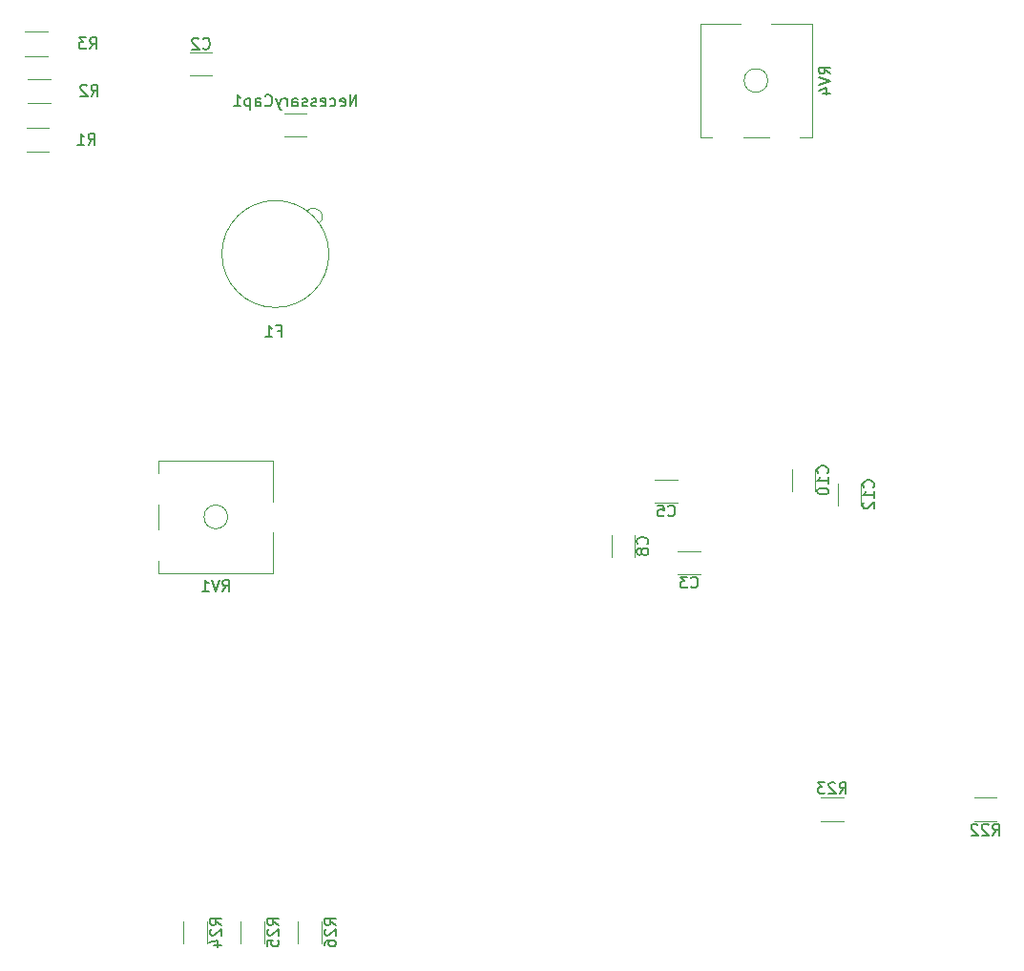
<source format=gbo>
%TF.GenerationSoftware,KiCad,Pcbnew,4.0.7-e2-6376~61~ubuntu18.04.1*%
%TF.CreationDate,2020-07-27T22:32:39+02:00*%
%TF.ProjectId,panel_02,70616E656C5F30322E6B696361645F70,rev?*%
%TF.FileFunction,Legend,Bot*%
%FSLAX46Y46*%
G04 Gerber Fmt 4.6, Leading zero omitted, Abs format (unit mm)*
G04 Created by KiCad (PCBNEW 4.0.7-e2-6376~61~ubuntu18.04.1) date Mon Jul 27 22:32:39 2020*
%MOMM*%
%LPD*%
G01*
G04 APERTURE LIST*
%ADD10C,0.150000*%
%ADD11C,0.120000*%
G04 APERTURE END LIST*
D10*
D11*
X90821000Y-46859000D02*
X92821000Y-46859000D01*
X92821000Y-48899000D02*
X90821000Y-48899000D01*
X136128000Y-93222000D02*
X134128000Y-93222000D01*
X134128000Y-91182000D02*
X136128000Y-91182000D01*
X134096000Y-86872000D02*
X132096000Y-86872000D01*
X132096000Y-84832000D02*
X134096000Y-84832000D01*
X130306000Y-89678000D02*
X130306000Y-91678000D01*
X128266000Y-91678000D02*
X128266000Y-89678000D01*
X146308000Y-83836000D02*
X146308000Y-85836000D01*
X144268000Y-85836000D02*
X144268000Y-83836000D01*
X150372000Y-85106000D02*
X150372000Y-87106000D01*
X148332000Y-87106000D02*
X148332000Y-85106000D01*
X102275000Y-61980000D02*
X102395000Y-61840000D01*
X102395000Y-61840000D02*
X102485000Y-61680000D01*
X102485000Y-61680000D02*
X102535000Y-61430000D01*
X102535000Y-61430000D02*
X102505000Y-61170000D01*
X102505000Y-61170000D02*
X102355000Y-60910000D01*
X102355000Y-60910000D02*
X102135000Y-60740000D01*
X102135000Y-60740000D02*
X101845000Y-60660000D01*
X101845000Y-60660000D02*
X101555000Y-60700000D01*
X101555000Y-60700000D02*
X101375000Y-60780000D01*
X101375000Y-60780000D02*
X101245000Y-60930000D01*
X103175000Y-64760000D02*
G75*
G03X103175000Y-64760000I-4750000J0D01*
G01*
X99203000Y-52320000D02*
X101203000Y-52320000D01*
X101203000Y-54360000D02*
X99203000Y-54360000D01*
X78343000Y-53540000D02*
X76343000Y-53540000D01*
X76343000Y-55680000D02*
X78343000Y-55680000D01*
X78470000Y-49222000D02*
X76470000Y-49222000D01*
X76470000Y-51362000D02*
X78470000Y-51362000D01*
X78216000Y-45031000D02*
X76216000Y-45031000D01*
X76216000Y-47171000D02*
X78216000Y-47171000D01*
X162417000Y-112976000D02*
X160417000Y-112976000D01*
X160417000Y-115116000D02*
X162417000Y-115116000D01*
X146828000Y-115116000D02*
X148828000Y-115116000D01*
X148828000Y-112976000D02*
X146828000Y-112976000D01*
X90243000Y-123968000D02*
X90243000Y-125968000D01*
X92383000Y-125968000D02*
X92383000Y-123968000D01*
X95323000Y-123968000D02*
X95323000Y-125968000D01*
X97463000Y-125968000D02*
X97463000Y-123968000D01*
X100403000Y-123968000D02*
X100403000Y-125968000D01*
X102543000Y-125968000D02*
X102543000Y-123968000D01*
X94188000Y-88098000D02*
G75*
G03X94188000Y-88098000I-1050000J0D01*
G01*
X88078000Y-93059000D02*
X98198000Y-93059000D01*
X88078000Y-83138000D02*
X98198000Y-83138000D01*
X88078000Y-93059000D02*
X88078000Y-91963000D01*
X88078000Y-89233000D02*
X88078000Y-86963000D01*
X88078000Y-84233000D02*
X88078000Y-83138000D01*
X98198000Y-93059000D02*
X98198000Y-89463000D01*
X98198000Y-86733000D02*
X98198000Y-83138000D01*
X142107000Y-49356000D02*
G75*
G03X142107000Y-49356000I-1050000J0D01*
G01*
X146018000Y-54416000D02*
X146018000Y-44296000D01*
X136097000Y-54416000D02*
X136097000Y-44296000D01*
X146018000Y-54416000D02*
X144922000Y-54416000D01*
X142192000Y-54416000D02*
X139922000Y-54416000D01*
X137192000Y-54416000D02*
X136097000Y-54416000D01*
X146018000Y-44296000D02*
X142422000Y-44296000D01*
X139692000Y-44296000D02*
X136097000Y-44296000D01*
D10*
X91987666Y-46486143D02*
X92035285Y-46533762D01*
X92178142Y-46581381D01*
X92273380Y-46581381D01*
X92416238Y-46533762D01*
X92511476Y-46438524D01*
X92559095Y-46343286D01*
X92606714Y-46152810D01*
X92606714Y-46009952D01*
X92559095Y-45819476D01*
X92511476Y-45724238D01*
X92416238Y-45629000D01*
X92273380Y-45581381D01*
X92178142Y-45581381D01*
X92035285Y-45629000D01*
X91987666Y-45676619D01*
X91606714Y-45676619D02*
X91559095Y-45629000D01*
X91463857Y-45581381D01*
X91225761Y-45581381D01*
X91130523Y-45629000D01*
X91082904Y-45676619D01*
X91035285Y-45771857D01*
X91035285Y-45867095D01*
X91082904Y-46009952D01*
X91654333Y-46581381D01*
X91035285Y-46581381D01*
X135294666Y-94309143D02*
X135342285Y-94356762D01*
X135485142Y-94404381D01*
X135580380Y-94404381D01*
X135723238Y-94356762D01*
X135818476Y-94261524D01*
X135866095Y-94166286D01*
X135913714Y-93975810D01*
X135913714Y-93832952D01*
X135866095Y-93642476D01*
X135818476Y-93547238D01*
X135723238Y-93452000D01*
X135580380Y-93404381D01*
X135485142Y-93404381D01*
X135342285Y-93452000D01*
X135294666Y-93499619D01*
X134961333Y-93404381D02*
X134342285Y-93404381D01*
X134675619Y-93785333D01*
X134532761Y-93785333D01*
X134437523Y-93832952D01*
X134389904Y-93880571D01*
X134342285Y-93975810D01*
X134342285Y-94213905D01*
X134389904Y-94309143D01*
X134437523Y-94356762D01*
X134532761Y-94404381D01*
X134818476Y-94404381D01*
X134913714Y-94356762D01*
X134961333Y-94309143D01*
X133262666Y-87959143D02*
X133310285Y-88006762D01*
X133453142Y-88054381D01*
X133548380Y-88054381D01*
X133691238Y-88006762D01*
X133786476Y-87911524D01*
X133834095Y-87816286D01*
X133881714Y-87625810D01*
X133881714Y-87482952D01*
X133834095Y-87292476D01*
X133786476Y-87197238D01*
X133691238Y-87102000D01*
X133548380Y-87054381D01*
X133453142Y-87054381D01*
X133310285Y-87102000D01*
X133262666Y-87149619D01*
X132357904Y-87054381D02*
X132834095Y-87054381D01*
X132881714Y-87530571D01*
X132834095Y-87482952D01*
X132738857Y-87435333D01*
X132500761Y-87435333D01*
X132405523Y-87482952D01*
X132357904Y-87530571D01*
X132310285Y-87625810D01*
X132310285Y-87863905D01*
X132357904Y-87959143D01*
X132405523Y-88006762D01*
X132500761Y-88054381D01*
X132738857Y-88054381D01*
X132834095Y-88006762D01*
X132881714Y-87959143D01*
X131393143Y-90511334D02*
X131440762Y-90463715D01*
X131488381Y-90320858D01*
X131488381Y-90225620D01*
X131440762Y-90082762D01*
X131345524Y-89987524D01*
X131250286Y-89939905D01*
X131059810Y-89892286D01*
X130916952Y-89892286D01*
X130726476Y-89939905D01*
X130631238Y-89987524D01*
X130536000Y-90082762D01*
X130488381Y-90225620D01*
X130488381Y-90320858D01*
X130536000Y-90463715D01*
X130583619Y-90511334D01*
X130916952Y-91082762D02*
X130869333Y-90987524D01*
X130821714Y-90939905D01*
X130726476Y-90892286D01*
X130678857Y-90892286D01*
X130583619Y-90939905D01*
X130536000Y-90987524D01*
X130488381Y-91082762D01*
X130488381Y-91273239D01*
X130536000Y-91368477D01*
X130583619Y-91416096D01*
X130678857Y-91463715D01*
X130726476Y-91463715D01*
X130821714Y-91416096D01*
X130869333Y-91368477D01*
X130916952Y-91273239D01*
X130916952Y-91082762D01*
X130964571Y-90987524D01*
X131012190Y-90939905D01*
X131107429Y-90892286D01*
X131297905Y-90892286D01*
X131393143Y-90939905D01*
X131440762Y-90987524D01*
X131488381Y-91082762D01*
X131488381Y-91273239D01*
X131440762Y-91368477D01*
X131393143Y-91416096D01*
X131297905Y-91463715D01*
X131107429Y-91463715D01*
X131012190Y-91416096D01*
X130964571Y-91368477D01*
X130916952Y-91273239D01*
X147395143Y-84193143D02*
X147442762Y-84145524D01*
X147490381Y-84002667D01*
X147490381Y-83907429D01*
X147442762Y-83764571D01*
X147347524Y-83669333D01*
X147252286Y-83621714D01*
X147061810Y-83574095D01*
X146918952Y-83574095D01*
X146728476Y-83621714D01*
X146633238Y-83669333D01*
X146538000Y-83764571D01*
X146490381Y-83907429D01*
X146490381Y-84002667D01*
X146538000Y-84145524D01*
X146585619Y-84193143D01*
X147490381Y-85145524D02*
X147490381Y-84574095D01*
X147490381Y-84859809D02*
X146490381Y-84859809D01*
X146633238Y-84764571D01*
X146728476Y-84669333D01*
X146776095Y-84574095D01*
X146490381Y-85764571D02*
X146490381Y-85859810D01*
X146538000Y-85955048D01*
X146585619Y-86002667D01*
X146680857Y-86050286D01*
X146871333Y-86097905D01*
X147109429Y-86097905D01*
X147299905Y-86050286D01*
X147395143Y-86002667D01*
X147442762Y-85955048D01*
X147490381Y-85859810D01*
X147490381Y-85764571D01*
X147442762Y-85669333D01*
X147395143Y-85621714D01*
X147299905Y-85574095D01*
X147109429Y-85526476D01*
X146871333Y-85526476D01*
X146680857Y-85574095D01*
X146585619Y-85621714D01*
X146538000Y-85669333D01*
X146490381Y-85764571D01*
X151459143Y-85463143D02*
X151506762Y-85415524D01*
X151554381Y-85272667D01*
X151554381Y-85177429D01*
X151506762Y-85034571D01*
X151411524Y-84939333D01*
X151316286Y-84891714D01*
X151125810Y-84844095D01*
X150982952Y-84844095D01*
X150792476Y-84891714D01*
X150697238Y-84939333D01*
X150602000Y-85034571D01*
X150554381Y-85177429D01*
X150554381Y-85272667D01*
X150602000Y-85415524D01*
X150649619Y-85463143D01*
X151554381Y-86415524D02*
X151554381Y-85844095D01*
X151554381Y-86129809D02*
X150554381Y-86129809D01*
X150697238Y-86034571D01*
X150792476Y-85939333D01*
X150840095Y-85844095D01*
X150649619Y-86796476D02*
X150602000Y-86844095D01*
X150554381Y-86939333D01*
X150554381Y-87177429D01*
X150602000Y-87272667D01*
X150649619Y-87320286D01*
X150744857Y-87367905D01*
X150840095Y-87367905D01*
X150982952Y-87320286D01*
X151554381Y-86748857D01*
X151554381Y-87367905D01*
X98608333Y-71588571D02*
X98941667Y-71588571D01*
X98941667Y-72112381D02*
X98941667Y-71112381D01*
X98465476Y-71112381D01*
X97560714Y-72112381D02*
X98132143Y-72112381D01*
X97846429Y-72112381D02*
X97846429Y-71112381D01*
X97941667Y-71255238D01*
X98036905Y-71350476D01*
X98132143Y-71398095D01*
X105607763Y-51633381D02*
X105607763Y-50633381D01*
X105036334Y-51633381D01*
X105036334Y-50633381D01*
X104179191Y-51585762D02*
X104274429Y-51633381D01*
X104464906Y-51633381D01*
X104560144Y-51585762D01*
X104607763Y-51490524D01*
X104607763Y-51109571D01*
X104560144Y-51014333D01*
X104464906Y-50966714D01*
X104274429Y-50966714D01*
X104179191Y-51014333D01*
X104131572Y-51109571D01*
X104131572Y-51204810D01*
X104607763Y-51300048D01*
X103274429Y-51585762D02*
X103369667Y-51633381D01*
X103560144Y-51633381D01*
X103655382Y-51585762D01*
X103703001Y-51538143D01*
X103750620Y-51442905D01*
X103750620Y-51157190D01*
X103703001Y-51061952D01*
X103655382Y-51014333D01*
X103560144Y-50966714D01*
X103369667Y-50966714D01*
X103274429Y-51014333D01*
X102464905Y-51585762D02*
X102560143Y-51633381D01*
X102750620Y-51633381D01*
X102845858Y-51585762D01*
X102893477Y-51490524D01*
X102893477Y-51109571D01*
X102845858Y-51014333D01*
X102750620Y-50966714D01*
X102560143Y-50966714D01*
X102464905Y-51014333D01*
X102417286Y-51109571D01*
X102417286Y-51204810D01*
X102893477Y-51300048D01*
X102036334Y-51585762D02*
X101941096Y-51633381D01*
X101750620Y-51633381D01*
X101655381Y-51585762D01*
X101607762Y-51490524D01*
X101607762Y-51442905D01*
X101655381Y-51347667D01*
X101750620Y-51300048D01*
X101893477Y-51300048D01*
X101988715Y-51252429D01*
X102036334Y-51157190D01*
X102036334Y-51109571D01*
X101988715Y-51014333D01*
X101893477Y-50966714D01*
X101750620Y-50966714D01*
X101655381Y-51014333D01*
X101226810Y-51585762D02*
X101131572Y-51633381D01*
X100941096Y-51633381D01*
X100845857Y-51585762D01*
X100798238Y-51490524D01*
X100798238Y-51442905D01*
X100845857Y-51347667D01*
X100941096Y-51300048D01*
X101083953Y-51300048D01*
X101179191Y-51252429D01*
X101226810Y-51157190D01*
X101226810Y-51109571D01*
X101179191Y-51014333D01*
X101083953Y-50966714D01*
X100941096Y-50966714D01*
X100845857Y-51014333D01*
X99941095Y-51633381D02*
X99941095Y-51109571D01*
X99988714Y-51014333D01*
X100083952Y-50966714D01*
X100274429Y-50966714D01*
X100369667Y-51014333D01*
X99941095Y-51585762D02*
X100036333Y-51633381D01*
X100274429Y-51633381D01*
X100369667Y-51585762D01*
X100417286Y-51490524D01*
X100417286Y-51395286D01*
X100369667Y-51300048D01*
X100274429Y-51252429D01*
X100036333Y-51252429D01*
X99941095Y-51204810D01*
X99464905Y-51633381D02*
X99464905Y-50966714D01*
X99464905Y-51157190D02*
X99417286Y-51061952D01*
X99369667Y-51014333D01*
X99274429Y-50966714D01*
X99179190Y-50966714D01*
X98941095Y-50966714D02*
X98703000Y-51633381D01*
X98464904Y-50966714D02*
X98703000Y-51633381D01*
X98798238Y-51871476D01*
X98845857Y-51919095D01*
X98941095Y-51966714D01*
X97512523Y-51538143D02*
X97560142Y-51585762D01*
X97702999Y-51633381D01*
X97798237Y-51633381D01*
X97941095Y-51585762D01*
X98036333Y-51490524D01*
X98083952Y-51395286D01*
X98131571Y-51204810D01*
X98131571Y-51061952D01*
X98083952Y-50871476D01*
X98036333Y-50776238D01*
X97941095Y-50681000D01*
X97798237Y-50633381D01*
X97702999Y-50633381D01*
X97560142Y-50681000D01*
X97512523Y-50728619D01*
X96655380Y-51633381D02*
X96655380Y-51109571D01*
X96702999Y-51014333D01*
X96798237Y-50966714D01*
X96988714Y-50966714D01*
X97083952Y-51014333D01*
X96655380Y-51585762D02*
X96750618Y-51633381D01*
X96988714Y-51633381D01*
X97083952Y-51585762D01*
X97131571Y-51490524D01*
X97131571Y-51395286D01*
X97083952Y-51300048D01*
X96988714Y-51252429D01*
X96750618Y-51252429D01*
X96655380Y-51204810D01*
X96179190Y-50966714D02*
X96179190Y-51966714D01*
X96179190Y-51014333D02*
X96083952Y-50966714D01*
X95893475Y-50966714D01*
X95798237Y-51014333D01*
X95750618Y-51061952D01*
X95702999Y-51157190D01*
X95702999Y-51442905D01*
X95750618Y-51538143D01*
X95798237Y-51585762D01*
X95893475Y-51633381D01*
X96083952Y-51633381D01*
X96179190Y-51585762D01*
X94750618Y-51633381D02*
X95322047Y-51633381D01*
X95036333Y-51633381D02*
X95036333Y-50633381D01*
X95131571Y-50776238D01*
X95226809Y-50871476D01*
X95322047Y-50919095D01*
X81827666Y-55062381D02*
X82161000Y-54586190D01*
X82399095Y-55062381D02*
X82399095Y-54062381D01*
X82018142Y-54062381D01*
X81922904Y-54110000D01*
X81875285Y-54157619D01*
X81827666Y-54252857D01*
X81827666Y-54395714D01*
X81875285Y-54490952D01*
X81922904Y-54538571D01*
X82018142Y-54586190D01*
X82399095Y-54586190D01*
X80875285Y-55062381D02*
X81446714Y-55062381D01*
X81161000Y-55062381D02*
X81161000Y-54062381D01*
X81256238Y-54205238D01*
X81351476Y-54300476D01*
X81446714Y-54348095D01*
X82081666Y-50744381D02*
X82415000Y-50268190D01*
X82653095Y-50744381D02*
X82653095Y-49744381D01*
X82272142Y-49744381D01*
X82176904Y-49792000D01*
X82129285Y-49839619D01*
X82081666Y-49934857D01*
X82081666Y-50077714D01*
X82129285Y-50172952D01*
X82176904Y-50220571D01*
X82272142Y-50268190D01*
X82653095Y-50268190D01*
X81700714Y-49839619D02*
X81653095Y-49792000D01*
X81557857Y-49744381D01*
X81319761Y-49744381D01*
X81224523Y-49792000D01*
X81176904Y-49839619D01*
X81129285Y-49934857D01*
X81129285Y-50030095D01*
X81176904Y-50172952D01*
X81748333Y-50744381D01*
X81129285Y-50744381D01*
X81954666Y-46553381D02*
X82288000Y-46077190D01*
X82526095Y-46553381D02*
X82526095Y-45553381D01*
X82145142Y-45553381D01*
X82049904Y-45601000D01*
X82002285Y-45648619D01*
X81954666Y-45743857D01*
X81954666Y-45886714D01*
X82002285Y-45981952D01*
X82049904Y-46029571D01*
X82145142Y-46077190D01*
X82526095Y-46077190D01*
X81621333Y-45553381D02*
X81002285Y-45553381D01*
X81335619Y-45934333D01*
X81192761Y-45934333D01*
X81097523Y-45981952D01*
X81049904Y-46029571D01*
X81002285Y-46124810D01*
X81002285Y-46362905D01*
X81049904Y-46458143D01*
X81097523Y-46505762D01*
X81192761Y-46553381D01*
X81478476Y-46553381D01*
X81573714Y-46505762D01*
X81621333Y-46458143D01*
X162059857Y-116348381D02*
X162393191Y-115872190D01*
X162631286Y-116348381D02*
X162631286Y-115348381D01*
X162250333Y-115348381D01*
X162155095Y-115396000D01*
X162107476Y-115443619D01*
X162059857Y-115538857D01*
X162059857Y-115681714D01*
X162107476Y-115776952D01*
X162155095Y-115824571D01*
X162250333Y-115872190D01*
X162631286Y-115872190D01*
X161678905Y-115443619D02*
X161631286Y-115396000D01*
X161536048Y-115348381D01*
X161297952Y-115348381D01*
X161202714Y-115396000D01*
X161155095Y-115443619D01*
X161107476Y-115538857D01*
X161107476Y-115634095D01*
X161155095Y-115776952D01*
X161726524Y-116348381D01*
X161107476Y-116348381D01*
X160726524Y-115443619D02*
X160678905Y-115396000D01*
X160583667Y-115348381D01*
X160345571Y-115348381D01*
X160250333Y-115396000D01*
X160202714Y-115443619D01*
X160155095Y-115538857D01*
X160155095Y-115634095D01*
X160202714Y-115776952D01*
X160774143Y-116348381D01*
X160155095Y-116348381D01*
X148470857Y-112648381D02*
X148804191Y-112172190D01*
X149042286Y-112648381D02*
X149042286Y-111648381D01*
X148661333Y-111648381D01*
X148566095Y-111696000D01*
X148518476Y-111743619D01*
X148470857Y-111838857D01*
X148470857Y-111981714D01*
X148518476Y-112076952D01*
X148566095Y-112124571D01*
X148661333Y-112172190D01*
X149042286Y-112172190D01*
X148089905Y-111743619D02*
X148042286Y-111696000D01*
X147947048Y-111648381D01*
X147708952Y-111648381D01*
X147613714Y-111696000D01*
X147566095Y-111743619D01*
X147518476Y-111838857D01*
X147518476Y-111934095D01*
X147566095Y-112076952D01*
X148137524Y-112648381D01*
X147518476Y-112648381D01*
X147185143Y-111648381D02*
X146566095Y-111648381D01*
X146899429Y-112029333D01*
X146756571Y-112029333D01*
X146661333Y-112076952D01*
X146613714Y-112124571D01*
X146566095Y-112219810D01*
X146566095Y-112457905D01*
X146613714Y-112553143D01*
X146661333Y-112600762D01*
X146756571Y-112648381D01*
X147042286Y-112648381D01*
X147137524Y-112600762D01*
X147185143Y-112553143D01*
X93615381Y-124325143D02*
X93139190Y-123991809D01*
X93615381Y-123753714D02*
X92615381Y-123753714D01*
X92615381Y-124134667D01*
X92663000Y-124229905D01*
X92710619Y-124277524D01*
X92805857Y-124325143D01*
X92948714Y-124325143D01*
X93043952Y-124277524D01*
X93091571Y-124229905D01*
X93139190Y-124134667D01*
X93139190Y-123753714D01*
X92710619Y-124706095D02*
X92663000Y-124753714D01*
X92615381Y-124848952D01*
X92615381Y-125087048D01*
X92663000Y-125182286D01*
X92710619Y-125229905D01*
X92805857Y-125277524D01*
X92901095Y-125277524D01*
X93043952Y-125229905D01*
X93615381Y-124658476D01*
X93615381Y-125277524D01*
X92948714Y-126134667D02*
X93615381Y-126134667D01*
X92567762Y-125896571D02*
X93282048Y-125658476D01*
X93282048Y-126277524D01*
X98695381Y-124325143D02*
X98219190Y-123991809D01*
X98695381Y-123753714D02*
X97695381Y-123753714D01*
X97695381Y-124134667D01*
X97743000Y-124229905D01*
X97790619Y-124277524D01*
X97885857Y-124325143D01*
X98028714Y-124325143D01*
X98123952Y-124277524D01*
X98171571Y-124229905D01*
X98219190Y-124134667D01*
X98219190Y-123753714D01*
X97790619Y-124706095D02*
X97743000Y-124753714D01*
X97695381Y-124848952D01*
X97695381Y-125087048D01*
X97743000Y-125182286D01*
X97790619Y-125229905D01*
X97885857Y-125277524D01*
X97981095Y-125277524D01*
X98123952Y-125229905D01*
X98695381Y-124658476D01*
X98695381Y-125277524D01*
X97695381Y-126182286D02*
X97695381Y-125706095D01*
X98171571Y-125658476D01*
X98123952Y-125706095D01*
X98076333Y-125801333D01*
X98076333Y-126039429D01*
X98123952Y-126134667D01*
X98171571Y-126182286D01*
X98266810Y-126229905D01*
X98504905Y-126229905D01*
X98600143Y-126182286D01*
X98647762Y-126134667D01*
X98695381Y-126039429D01*
X98695381Y-125801333D01*
X98647762Y-125706095D01*
X98600143Y-125658476D01*
X103775381Y-124325143D02*
X103299190Y-123991809D01*
X103775381Y-123753714D02*
X102775381Y-123753714D01*
X102775381Y-124134667D01*
X102823000Y-124229905D01*
X102870619Y-124277524D01*
X102965857Y-124325143D01*
X103108714Y-124325143D01*
X103203952Y-124277524D01*
X103251571Y-124229905D01*
X103299190Y-124134667D01*
X103299190Y-123753714D01*
X102870619Y-124706095D02*
X102823000Y-124753714D01*
X102775381Y-124848952D01*
X102775381Y-125087048D01*
X102823000Y-125182286D01*
X102870619Y-125229905D01*
X102965857Y-125277524D01*
X103061095Y-125277524D01*
X103203952Y-125229905D01*
X103775381Y-124658476D01*
X103775381Y-125277524D01*
X102775381Y-126134667D02*
X102775381Y-125944190D01*
X102823000Y-125848952D01*
X102870619Y-125801333D01*
X103013476Y-125706095D01*
X103203952Y-125658476D01*
X103584905Y-125658476D01*
X103680143Y-125706095D01*
X103727762Y-125753714D01*
X103775381Y-125848952D01*
X103775381Y-126039429D01*
X103727762Y-126134667D01*
X103680143Y-126182286D01*
X103584905Y-126229905D01*
X103346810Y-126229905D01*
X103251571Y-126182286D01*
X103203952Y-126134667D01*
X103156333Y-126039429D01*
X103156333Y-125848952D01*
X103203952Y-125753714D01*
X103251571Y-125706095D01*
X103346810Y-125658476D01*
X93733238Y-94700381D02*
X94066572Y-94224190D01*
X94304667Y-94700381D02*
X94304667Y-93700381D01*
X93923714Y-93700381D01*
X93828476Y-93748000D01*
X93780857Y-93795619D01*
X93733238Y-93890857D01*
X93733238Y-94033714D01*
X93780857Y-94128952D01*
X93828476Y-94176571D01*
X93923714Y-94224190D01*
X94304667Y-94224190D01*
X93447524Y-93700381D02*
X93114191Y-94700381D01*
X92780857Y-93700381D01*
X91923714Y-94700381D02*
X92495143Y-94700381D01*
X92209429Y-94700381D02*
X92209429Y-93700381D01*
X92304667Y-93843238D01*
X92399905Y-93938476D01*
X92495143Y-93986095D01*
X147659381Y-48760762D02*
X147183190Y-48427428D01*
X147659381Y-48189333D02*
X146659381Y-48189333D01*
X146659381Y-48570286D01*
X146707000Y-48665524D01*
X146754619Y-48713143D01*
X146849857Y-48760762D01*
X146992714Y-48760762D01*
X147087952Y-48713143D01*
X147135571Y-48665524D01*
X147183190Y-48570286D01*
X147183190Y-48189333D01*
X146659381Y-49046476D02*
X147659381Y-49379809D01*
X146659381Y-49713143D01*
X146992714Y-50475048D02*
X147659381Y-50475048D01*
X146611762Y-50236952D02*
X147326048Y-49998857D01*
X147326048Y-50617905D01*
M02*

</source>
